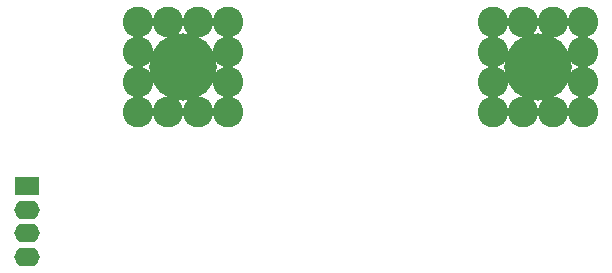
<source format=gbr>
G04 #@! TF.GenerationSoftware,KiCad,Pcbnew,(2017-08-25 revision dd37d0595)-makepkg*
G04 #@! TF.CreationDate,2018-05-27T00:49:56-04:00*
G04 #@! TF.ProjectId,Anti-Spark-Switch,416E74692D537061726B2D5377697463,rev?*
G04 #@! TF.SameCoordinates,Original*
G04 #@! TF.FileFunction,Soldermask,Bot*
G04 #@! TF.FilePolarity,Negative*
%FSLAX46Y46*%
G04 Gerber Fmt 4.6, Leading zero omitted, Abs format (unit mm)*
G04 Created by KiCad (PCBNEW (2017-08-25 revision dd37d0595)-makepkg) date 05/27/18 00:49:56*
%MOMM*%
%LPD*%
G01*
G04 APERTURE LIST*
%ADD10C,5.700000*%
%ADD11C,2.600000*%
%ADD12O,2.150000X1.600000*%
%ADD13R,2.150000X1.600000*%
G04 APERTURE END LIST*
D10*
X162315000Y-82790000D03*
D11*
X166125000Y-78980000D03*
X163585000Y-78980000D03*
X166125000Y-81520000D03*
X166125000Y-84060000D03*
X166125000Y-86600000D03*
X163585000Y-86600000D03*
X161045000Y-86600000D03*
X158505000Y-86600000D03*
X158505000Y-84060000D03*
X158505000Y-81520000D03*
X158505000Y-78980000D03*
X161045000Y-78980000D03*
D10*
X132315000Y-82790000D03*
D11*
X136125000Y-78980000D03*
X133585000Y-78980000D03*
X136125000Y-81520000D03*
X136125000Y-84060000D03*
X136125000Y-86600000D03*
X133585000Y-86600000D03*
X131045000Y-86600000D03*
X128505000Y-86600000D03*
X128505000Y-84060000D03*
X128505000Y-81520000D03*
X128505000Y-78980000D03*
X131045000Y-78980000D03*
D12*
X119100000Y-98890000D03*
X119100000Y-96890000D03*
X119100000Y-94890000D03*
D13*
X119100000Y-92890000D03*
M02*

</source>
